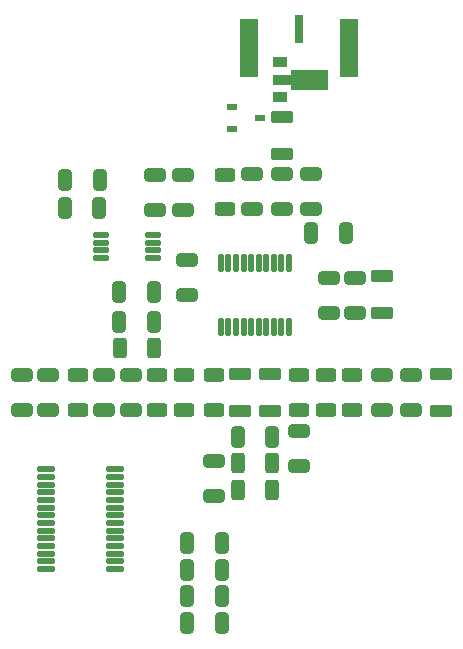
<source format=gbr>
%TF.GenerationSoftware,KiCad,Pcbnew,7.0.10*%
%TF.CreationDate,2024-02-02T00:24:17+07:00*%
%TF.ProjectId,PICO_ADC_Test,5049434f-5f41-4444-935f-546573742e6b,R0.1*%
%TF.SameCoordinates,PX72ade90PY75c75e0*%
%TF.FileFunction,Paste,Top*%
%TF.FilePolarity,Positive*%
%FSLAX46Y46*%
G04 Gerber Fmt 4.6, Leading zero omitted, Abs format (unit mm)*
G04 Created by KiCad (PCBNEW 7.0.10) date 2024-02-02 00:24:17*
%MOMM*%
%LPD*%
G01*
G04 APERTURE LIST*
G04 Aperture macros list*
%AMRoundRect*
0 Rectangle with rounded corners*
0 $1 Rounding radius*
0 $2 $3 $4 $5 $6 $7 $8 $9 X,Y pos of 4 corners*
0 Add a 4 corners polygon primitive as box body*
4,1,4,$2,$3,$4,$5,$6,$7,$8,$9,$2,$3,0*
0 Add four circle primitives for the rounded corners*
1,1,$1+$1,$2,$3*
1,1,$1+$1,$4,$5*
1,1,$1+$1,$6,$7*
1,1,$1+$1,$8,$9*
0 Add four rect primitives between the rounded corners*
20,1,$1+$1,$2,$3,$4,$5,0*
20,1,$1+$1,$4,$5,$6,$7,0*
20,1,$1+$1,$6,$7,$8,$9,0*
20,1,$1+$1,$8,$9,$2,$3,0*%
%AMFreePoly0*
4,1,9,3.862500,-0.866500,0.737500,-0.866500,0.737500,-0.450000,-0.737500,-0.450000,-0.737500,0.450000,0.737500,0.450000,0.737500,0.866500,3.862500,0.866500,3.862500,-0.866500,3.862500,-0.866500,$1*%
G04 Aperture macros list end*
%ADD10RoundRect,0.250000X-0.325000X-0.650000X0.325000X-0.650000X0.325000X0.650000X-0.325000X0.650000X0*%
%ADD11RoundRect,0.250000X-0.650000X0.325000X-0.650000X-0.325000X0.650000X-0.325000X0.650000X0.325000X0*%
%ADD12RoundRect,0.250000X0.650000X-0.325000X0.650000X0.325000X-0.650000X0.325000X-0.650000X-0.325000X0*%
%ADD13RoundRect,0.250000X0.325000X0.650000X-0.325000X0.650000X-0.325000X-0.650000X0.325000X-0.650000X0*%
%ADD14RoundRect,0.110000X-0.110000X-0.650000X0.110000X-0.650000X0.110000X0.650000X-0.110000X0.650000X0*%
%ADD15RoundRect,0.250000X-0.625000X0.312500X-0.625000X-0.312500X0.625000X-0.312500X0.625000X0.312500X0*%
%ADD16RoundRect,0.250000X0.625000X-0.312500X0.625000X0.312500X-0.625000X0.312500X-0.625000X-0.312500X0*%
%ADD17RoundRect,0.250000X0.700000X-0.275000X0.700000X0.275000X-0.700000X0.275000X-0.700000X-0.275000X0*%
%ADD18R,0.850000X0.600000*%
%ADD19RoundRect,0.250000X0.312500X0.625000X-0.312500X0.625000X-0.312500X-0.625000X0.312500X-0.625000X0*%
%ADD20RoundRect,0.250000X-0.700000X0.275000X-0.700000X-0.275000X0.700000X-0.275000X0.700000X0.275000X0*%
%ADD21RoundRect,0.112500X0.587500X-0.112500X0.587500X0.112500X-0.587500X0.112500X-0.587500X-0.112500X0*%
%ADD22RoundRect,0.112500X-0.625000X0.112500X-0.625000X-0.112500X0.625000X-0.112500X0.625000X0.112500X0*%
%ADD23R,0.700000X2.350000*%
%ADD24R,1.600000X4.900000*%
%ADD25R,1.300000X0.900000*%
%ADD26FreePoly0,0.000000*%
%ADD27RoundRect,0.250000X-0.312500X-0.625000X0.312500X-0.625000X0.312500X0.625000X-0.312500X0.625000X0*%
G04 APERTURE END LIST*
D10*
%TO.C,C13*%
X61525000Y2500000D03*
X64475000Y2500000D03*
%TD*%
D11*
%TO.C,C9*%
X71000000Y18725000D03*
X71000000Y15775000D03*
%TD*%
D12*
%TO.C,C21*%
X78000000Y20525000D03*
X78000000Y23475000D03*
%TD*%
D13*
%TO.C,C26*%
X54112500Y40012500D03*
X51162500Y40012500D03*
%TD*%
%TO.C,C25*%
X54087500Y37662500D03*
X51137500Y37662500D03*
%TD*%
D14*
%TO.C,IC2*%
X70130000Y32965000D03*
X69490000Y32965000D03*
X68850000Y32965000D03*
X68210000Y32965000D03*
X67570000Y32965000D03*
X66930000Y32965000D03*
X66290000Y32965000D03*
X65650000Y32965000D03*
X65010000Y32965000D03*
X64370000Y32965000D03*
X64370000Y27535000D03*
X65010000Y27535000D03*
X65650000Y27535000D03*
X66290000Y27535000D03*
X66930000Y27535000D03*
X67570000Y27535000D03*
X68210000Y27535000D03*
X68850000Y27535000D03*
X69490000Y27535000D03*
X70130000Y27535000D03*
%TD*%
D12*
%TO.C,C3*%
X54500000Y20525000D03*
X54500000Y23475000D03*
%TD*%
D15*
%TO.C,R7*%
X64750000Y40462500D03*
X64750000Y37537500D03*
%TD*%
D12*
%TO.C,C7*%
X47500000Y20525000D03*
X47500000Y23475000D03*
%TD*%
D10*
%TO.C,C15*%
X61525000Y7000000D03*
X64475000Y7000000D03*
%TD*%
D15*
%TO.C,R1*%
X52250000Y23462500D03*
X52250000Y20537500D03*
%TD*%
D16*
%TO.C,R3*%
X73250000Y20537500D03*
X73250000Y23462500D03*
%TD*%
D17*
%TO.C,FB4*%
X83000000Y20425000D03*
X83000000Y23575000D03*
%TD*%
D18*
%TO.C,D1*%
X65300000Y46200000D03*
X65300000Y44300000D03*
X67700000Y45250000D03*
%TD*%
D12*
%TO.C,C20*%
X63750000Y13275000D03*
X63750000Y16225000D03*
%TD*%
D17*
%TO.C,FB5*%
X78000000Y28700000D03*
X78000000Y31850000D03*
%TD*%
D12*
%TO.C,C8*%
X49750000Y20525000D03*
X49750000Y23475000D03*
%TD*%
D19*
%TO.C,R9*%
X58712500Y25750000D03*
X55787500Y25750000D03*
%TD*%
D20*
%TO.C,FB3*%
X68500000Y23575000D03*
X68500000Y20425000D03*
%TD*%
D12*
%TO.C,C4*%
X56750000Y20525000D03*
X56750000Y23475000D03*
%TD*%
D20*
%TO.C,FB1*%
X66000000Y23575000D03*
X66000000Y20425000D03*
%TD*%
D11*
%TO.C,C23*%
X75750000Y31725000D03*
X75750000Y28775000D03*
%TD*%
D13*
%TO.C,C17*%
X58725000Y28000000D03*
X55775000Y28000000D03*
%TD*%
D21*
%TO.C,IC3*%
X54250000Y35350000D03*
X54250000Y34700000D03*
X54250000Y34050000D03*
X54250000Y33400000D03*
X58650000Y33400000D03*
X58650000Y34050000D03*
X58650000Y34700000D03*
X58650000Y35350000D03*
%TD*%
D11*
%TO.C,C10*%
X58800000Y40450000D03*
X58800000Y37500000D03*
%TD*%
%TO.C,C5*%
X69500000Y40475000D03*
X69500000Y37525000D03*
%TD*%
D22*
%TO.C,IC1*%
X55438000Y7062500D03*
X55438000Y7712500D03*
X55438000Y8362500D03*
X55438000Y9012500D03*
X55438000Y9662500D03*
X55438000Y10312500D03*
X55438000Y10962500D03*
X55438000Y11612500D03*
X55438000Y12262500D03*
X55438000Y12912500D03*
X55438000Y13562500D03*
X55438000Y14212500D03*
X55438000Y14862500D03*
X55438000Y15512500D03*
X49562000Y15512500D03*
X49562000Y14862500D03*
X49562000Y14212500D03*
X49562000Y13562500D03*
X49562000Y12912500D03*
X49562000Y12262500D03*
X49562000Y11612500D03*
X49562000Y10962500D03*
X49562000Y10312500D03*
X49562000Y9662500D03*
X49562000Y9012500D03*
X49562000Y8362500D03*
X49562000Y7712500D03*
X49562000Y7062500D03*
%TD*%
D11*
%TO.C,C11*%
X61200000Y40450000D03*
X61200000Y37500000D03*
%TD*%
D23*
%TO.C,J1*%
X71000000Y52750000D03*
D24*
X75250000Y51175000D03*
X66750000Y51175000D03*
%TD*%
D12*
%TO.C,C6*%
X67000000Y37525000D03*
X67000000Y40475000D03*
%TD*%
D25*
%TO.C,U1*%
X69412500Y50000000D03*
D26*
X69500000Y48500000D03*
D25*
X69412500Y47000000D03*
%TD*%
D12*
%TO.C,C22*%
X80500000Y20525000D03*
X80500000Y23475000D03*
%TD*%
D11*
%TO.C,C24*%
X73500000Y31725000D03*
X73500000Y28775000D03*
%TD*%
D20*
%TO.C,FB2*%
X69500000Y45325000D03*
X69500000Y42175000D03*
%TD*%
D12*
%TO.C,C12*%
X72000000Y37525000D03*
X72000000Y40475000D03*
%TD*%
D16*
%TO.C,R5*%
X61250000Y20537500D03*
X61250000Y23462500D03*
%TD*%
D27*
%TO.C,R10*%
X65787500Y13750000D03*
X68712500Y13750000D03*
%TD*%
D11*
%TO.C,C18*%
X61500000Y33225000D03*
X61500000Y30275000D03*
%TD*%
D10*
%TO.C,C16*%
X61525000Y9250000D03*
X64475000Y9250000D03*
%TD*%
D16*
%TO.C,R6*%
X59000000Y20537500D03*
X59000000Y23462500D03*
%TD*%
D15*
%TO.C,R4*%
X63750000Y23462500D03*
X63750000Y20537500D03*
%TD*%
%TO.C,R8*%
X71000000Y23462500D03*
X71000000Y20537500D03*
%TD*%
D13*
%TO.C,C19*%
X58725000Y30500000D03*
X55775000Y30500000D03*
%TD*%
D10*
%TO.C,C14*%
X61525000Y4750000D03*
X64475000Y4750000D03*
%TD*%
D27*
%TO.C,R11*%
X65787500Y16000000D03*
X68712500Y16000000D03*
%TD*%
D10*
%TO.C,C2*%
X65775000Y18250000D03*
X68725000Y18250000D03*
%TD*%
D16*
%TO.C,R2*%
X75500000Y20537500D03*
X75500000Y23462500D03*
%TD*%
D13*
%TO.C,C1*%
X74975000Y35500000D03*
X72025000Y35500000D03*
%TD*%
M02*

</source>
